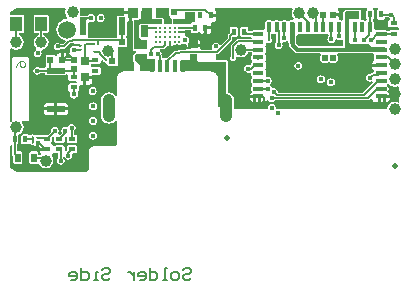
<source format=gbr>
G04 Layer_Physical_Order=6*
G04 Layer_Color=16711680*
%FSLAX45Y45*%
%MOMM*%
%TF.FileFunction,Copper,L6,Bot,Signal*%
%TF.Part,Single*%
%TFFileComment,The blind Vias under BGA and Other Pads are Via-In-Pad (VIP)*%
G01*
G75*
%TA.AperFunction,SMDPad,CuDef*%
%ADD16C,1.00000*%
%ADD18C,0.50800*%
%ADD28R,0.40000X0.60000*%
%ADD29R,0.60000X0.40000*%
%ADD31R,0.76200X0.76200*%
%ADD32R,0.56000X0.52000*%
%ADD33R,0.52000X0.56000*%
%TA.AperFunction,Conductor*%
%ADD34C,0.12700*%
%ADD35C,0.25000*%
%ADD36C,0.20000*%
%ADD37C,0.15000*%
%TA.AperFunction,NonConductor*%
%ADD38C,0.10000*%
%ADD39C,0.15000*%
%TA.AperFunction,ComponentPad*%
%ADD40O,1.10000X2.40000*%
%TA.AperFunction,ViaPad*%
%ADD41C,1.50000*%
%TA.AperFunction,ComponentPad*%
%ADD42C,1.00000*%
%TA.AperFunction,ViaPad*%
%ADD43C,0.61000*%
%ADD44C,0.40100*%
%ADD45C,0.50000*%
%ADD46C,0.45100*%
%ADD47C,0.25000*%
%ADD48C,0.45000*%
%TA.AperFunction,SMDPad,CuDef*%
%ADD67R,0.62000X0.52000*%
%ADD68R,0.43000X1.05000*%
%TA.AperFunction,SMDPad,SMDef*%
G04:AMPARAMS|DCode=69|XSize=0.195mm|YSize=0.6mm|CornerRadius=0.04875mm|HoleSize=0mm|Usage=FLASHONLY|Rotation=0.000|XOffset=0mm|YOffset=0mm|HoleType=Round|Shape=RoundedRectangle|*
%AMROUNDEDRECTD69*
21,1,0.19500,0.50250,0,0,0.0*
21,1,0.09750,0.60000,0,0,0.0*
1,1,0.09750,0.04875,-0.25125*
1,1,0.09750,-0.04875,-0.25125*
1,1,0.09750,-0.04875,0.25125*
1,1,0.09750,0.04875,0.25125*
%
%ADD69ROUNDEDRECTD69*%
G04:AMPARAMS|DCode=70|XSize=0.2mm|YSize=0.35mm|CornerRadius=0.05mm|HoleSize=0mm|Usage=FLASHONLY|Rotation=270.000|XOffset=0mm|YOffset=0mm|HoleType=Round|Shape=RoundedRectangle|*
%AMROUNDEDRECTD70*
21,1,0.20000,0.25000,0,0,270.0*
21,1,0.10000,0.35000,0,0,270.0*
1,1,0.10000,-0.12500,-0.05000*
1,1,0.10000,-0.12500,0.05000*
1,1,0.10000,0.12500,0.05000*
1,1,0.10000,0.12500,-0.05000*
%
%ADD70ROUNDEDRECTD70*%
%TA.AperFunction,SMDPad,CuDef*%
%ADD71R,0.16000X0.25000*%
G04:AMPARAMS|DCode=72|XSize=0.16mm|YSize=0.25mm|CornerRadius=0.04mm|HoleSize=0mm|Usage=FLASHONLY|Rotation=180.000|XOffset=0mm|YOffset=0mm|HoleType=Round|Shape=RoundedRectangle|*
%AMROUNDEDRECTD72*
21,1,0.16000,0.17000,0,0,180.0*
21,1,0.08000,0.25000,0,0,180.0*
1,1,0.08000,-0.04000,0.08500*
1,1,0.08000,0.04000,0.08500*
1,1,0.08000,0.04000,-0.08500*
1,1,0.08000,-0.04000,-0.08500*
%
%ADD72ROUNDEDRECTD72*%
G04:AMPARAMS|DCode=73|XSize=0.25mm|YSize=0.5mm|CornerRadius=0.0625mm|HoleSize=0mm|Usage=FLASHONLY|Rotation=270.000|XOffset=0mm|YOffset=0mm|HoleType=Round|Shape=RoundedRectangle|*
%AMROUNDEDRECTD73*
21,1,0.25000,0.37500,0,0,270.0*
21,1,0.12500,0.50000,0,0,270.0*
1,1,0.12500,-0.18750,-0.06250*
1,1,0.12500,-0.18750,0.06250*
1,1,0.12500,0.18750,0.06250*
1,1,0.12500,0.18750,-0.06250*
%
%ADD73ROUNDEDRECTD73*%
%ADD74R,0.50000X0.80000*%
%ADD75R,1.00000X1.25000*%
%ADD76R,1.10000X1.25000*%
%ADD77R,0.60000X0.50000*%
%ADD78R,0.52000X0.62000*%
%TA.AperFunction,BGAPad,SMDef*%
%ADD79C,0.25000*%
%TA.AperFunction,BGAPad,CuDef*%
%ADD80C,0.40640*%
%TA.AperFunction,SMDPad,CuDef*%
%ADD81R,0.73660X0.40640*%
%ADD82R,0.78740X0.40640*%
%ADD83R,0.40640X0.78740*%
%ADD84R,1.50000X0.55000*%
%ADD85R,0.55000X1.50000*%
%ADD86R,0.85000X0.90000*%
G36*
X685629Y-63614D02*
X625629D01*
Y36386D01*
X685629D01*
Y-63614D01*
D02*
G37*
G36*
X1754709Y-41281D02*
X1772064D01*
Y-104806D01*
X1767876Y-107605D01*
X1760637Y-118438D01*
X1758096Y-131216D01*
X1760637Y-143995D01*
X1767876Y-154827D01*
X1778709Y-162066D01*
X1791487Y-164608D01*
X1804266Y-162066D01*
X1815098Y-154827D01*
X1822337Y-143995D01*
X1824879Y-131216D01*
X1822337Y-118438D01*
X1818667Y-112946D01*
X1819792Y-110636D01*
X1827064Y-102653D01*
X1836756Y-104580D01*
X1849534Y-102039D01*
X1860367Y-94800D01*
X1862053Y-92276D01*
X1874754Y-96129D01*
Y-111607D01*
X1876288Y-115311D01*
X1877070Y-119244D01*
X1880116Y-123801D01*
X1881591Y-131216D01*
X1880433Y-137033D01*
X1880708Y-138414D01*
X1880169Y-139715D01*
X1881704Y-143420D01*
X1882486Y-147352D01*
X1883657Y-148134D01*
X1884195Y-149435D01*
X1930979Y-196219D01*
X1930979Y-196221D01*
X1940700Y-200248D01*
X1940701Y-200246D01*
X2144522D01*
X2150769Y-212947D01*
X2144557Y-222244D01*
X2141204Y-239100D01*
X2144557Y-255956D01*
X2154105Y-270245D01*
X2168394Y-279793D01*
X2185250Y-283146D01*
X2202106Y-279793D01*
X2216395Y-270245D01*
X2222055D01*
X2236344Y-279793D01*
X2253200Y-283146D01*
X2270056Y-279793D01*
X2284345Y-270245D01*
X2293893Y-255956D01*
X2297246Y-239100D01*
X2293893Y-222244D01*
X2287681Y-212947D01*
X2293928Y-200246D01*
X2589902Y-200247D01*
X2597998Y-212947D01*
X2596943Y-215494D01*
Y-256134D01*
X2598252Y-259296D01*
X2592377Y-263222D01*
X2586763Y-271624D01*
X2584792Y-281534D01*
Y-289153D01*
X2650059D01*
Y-314553D01*
X2584792D01*
Y-322174D01*
X2586763Y-332085D01*
X2592377Y-340486D01*
X2598252Y-344412D01*
X2596943Y-347574D01*
Y-362460D01*
X2588273D01*
X2580840Y-363938D01*
X2574539Y-368148D01*
X2568787Y-373900D01*
X2563847Y-372917D01*
X2551069Y-375459D01*
X2540236Y-382697D01*
X2532997Y-393530D01*
X2530455Y-406309D01*
X2532997Y-419087D01*
X2540236Y-429920D01*
X2551069Y-437158D01*
X2563847Y-439700D01*
X2576625Y-437158D01*
X2588097Y-444768D01*
X2588641Y-447286D01*
X2588631Y-447303D01*
X2502679Y-533255D01*
X1791930D01*
X1782865Y-525389D01*
X1780323Y-512611D01*
X1773084Y-501778D01*
X1762251Y-494540D01*
X1749473Y-491998D01*
X1745135Y-492861D01*
X1731308Y-487210D01*
X1729166Y-484295D01*
X1723802Y-476268D01*
X1720459Y-474034D01*
Y-458760D01*
X1723921Y-456446D01*
X1731160Y-445613D01*
X1733701Y-432835D01*
X1731160Y-420056D01*
X1723921Y-409223D01*
X1713088Y-401985D01*
X1700310Y-399443D01*
X1690373Y-401420D01*
X1683411Y-395490D01*
X1680803Y-391379D01*
X1680823Y-391288D01*
X1682096Y-388214D01*
Y-347574D01*
X1680823Y-344500D01*
X1678720Y-334874D01*
X1680823Y-325248D01*
X1682096Y-322174D01*
Y-281534D01*
X1680823Y-278460D01*
X1678720Y-268834D01*
X1680823Y-259208D01*
X1682096Y-256134D01*
Y-215494D01*
X1680823Y-212420D01*
X1678720Y-202794D01*
X1680823Y-193168D01*
X1682096Y-190094D01*
Y-149454D01*
X1680823Y-146380D01*
X1678720Y-136754D01*
X1680823Y-127128D01*
X1682096Y-124054D01*
Y-115055D01*
X1682517Y-114655D01*
X1694796Y-109429D01*
X1699157Y-112343D01*
X1708989Y-114299D01*
X1718822Y-112343D01*
X1727157Y-106773D01*
X1732727Y-98438D01*
X1734683Y-88605D01*
X1732727Y-78773D01*
X1728412Y-72315D01*
Y-41281D01*
X1729309D01*
X1739029Y-37255D01*
X1744989Y-37254D01*
X1754709Y-41281D01*
D02*
G37*
G36*
X2633698Y171065D02*
X2627738Y168596D01*
X2623712Y158876D01*
Y98876D01*
X2627738Y89156D01*
X2637459Y85130D01*
X2677459D01*
X2687179Y89156D01*
X2691205Y98876D01*
Y103613D01*
X2722596D01*
X2722907Y103146D01*
X2730750Y97906D01*
X2730930Y86637D01*
X2730182Y84173D01*
X2725289Y82146D01*
X2721263Y72426D01*
Y32426D01*
X2725289Y22706D01*
X2735009Y18679D01*
X2795009D01*
X2801065Y21188D01*
X2813765Y15148D01*
Y-296D01*
X2801065Y-6336D01*
X2795009Y-3828D01*
X2735009D01*
X2725289Y-7854D01*
X2724627Y-9452D01*
X2723601Y-9852D01*
X2710782Y-12249D01*
X2702313Y-6590D01*
X2691285Y-4396D01*
X2689429Y-3628D01*
X2615769D01*
X2614276Y-4246D01*
X2601576Y4240D01*
Y51206D01*
X2600807Y53062D01*
X2598613Y64090D01*
X2591511Y74720D01*
X2592468Y87205D01*
X2597179Y89156D01*
X2601205Y98876D01*
Y158876D01*
X2597179Y168596D01*
X2591219Y171065D01*
X2593745Y183765D01*
X2631172D01*
X2633698Y171065D01*
D02*
G37*
G36*
X2150949Y-41281D02*
X2191589D01*
X2201309Y-37255D01*
X2206854Y-37254D01*
X2217886Y-42283D01*
Y-55475D01*
X2213698Y-58273D01*
X2206459Y-69106D01*
X2203918Y-81885D01*
X2206459Y-94663D01*
X2213698Y-105496D01*
X2224531Y-112734D01*
X2237309Y-115276D01*
X2250088Y-112734D01*
X2260921Y-105496D01*
X2268159Y-94663D01*
X2269570Y-87570D01*
X2272161Y-85705D01*
X2282738Y-82257D01*
X2290571Y-87491D01*
X2303349Y-90033D01*
X2316128Y-87491D01*
X2326226Y-80743D01*
X2330229Y-81593D01*
X2338948Y-85171D01*
X2339177Y-130951D01*
X2330220Y-139953D01*
X2286582D01*
X2285281Y-140492D01*
X2283901Y-140218D01*
X2281452Y-140705D01*
X2279004Y-140218D01*
X2277624Y-140492D01*
X2276323Y-139953D01*
X1963394Y-139953D01*
X1941246Y-117806D01*
Y-50230D01*
X1952829Y-41281D01*
X1993469D01*
X2003189Y-37255D01*
X2009149Y-37254D01*
X2018869Y-41281D01*
X2059509D01*
X2069229Y-37255D01*
X2075189Y-37254D01*
X2084909Y-41281D01*
X2125549D01*
X2135269Y-37255D01*
X2141229Y-37254D01*
X2150949Y-41281D01*
D02*
G37*
G36*
X1100869Y-257604D02*
X1112769Y-270604D01*
X1347349Y-270605D01*
X1347349Y-354720D01*
Y-648124D01*
X1343779Y-651694D01*
X1276234D01*
Y-409999D01*
X1275865Y-409108D01*
X1276132Y-408181D01*
X1275129Y-399281D01*
X1274214Y-397625D01*
X1274320Y-395736D01*
X1271362Y-387281D01*
X1270101Y-385871D01*
X1269784Y-384006D01*
X1265020Y-376423D01*
X1263477Y-375328D01*
X1262753Y-373580D01*
X1260999Y-371827D01*
X1261002Y-371003D01*
X1260172Y-371000D01*
X1256419Y-367247D01*
X1254671Y-366523D01*
X1253576Y-364979D01*
X1245991Y-360214D01*
X1244127Y-359898D01*
X1242718Y-358638D01*
X1234264Y-355679D01*
X1232375Y-355785D01*
X1230720Y-354870D01*
X1221819Y-353866D01*
X1220892Y-354134D01*
X1220000Y-353764D01*
X959139D01*
Y-262904D01*
X968119Y-253924D01*
X1040768Y-253925D01*
X1040769Y-210724D01*
X1100869D01*
Y-257604D01*
D02*
G37*
G36*
X675628Y-203615D02*
X675629Y-248614D01*
X742629Y-248615D01*
Y-353764D01*
X615629D01*
Y-303614D01*
X575629Y-263614D01*
X575629Y-212595D01*
X584609Y-203614D01*
X675628Y-203615D01*
D02*
G37*
G36*
X1003212Y-124696D02*
X1006150Y-125316D01*
X1014891Y-133269D01*
Y-158644D01*
X1004229Y-170141D01*
X954295D01*
X954294Y-170141D01*
X946861Y-171619D01*
X940559Y-175830D01*
X940559Y-175830D01*
X939337Y-177053D01*
X923077D01*
X915644Y-178531D01*
X909343Y-182742D01*
X852721Y-239363D01*
X829131D01*
X819411Y-243389D01*
X816850Y-243389D01*
X807130Y-239363D01*
X805054D01*
Y-223360D01*
X803575Y-215927D01*
X800071Y-210683D01*
X801112Y-205450D01*
X798570Y-192671D01*
X791331Y-181839D01*
X783802Y-176807D01*
X787654Y-164107D01*
X812559D01*
X819992Y-162629D01*
X826293Y-158418D01*
X844363Y-140348D01*
X848383Y-134332D01*
X855841Y-139315D01*
X870629Y-142257D01*
X885417Y-139315D01*
X897953Y-130939D01*
X900281Y-127455D01*
X900797Y-127352D01*
X910629Y-129308D01*
X920462Y-127352D01*
X924438Y-124695D01*
X936820D01*
X940796Y-127352D01*
X950629Y-129308D01*
X960462Y-127352D01*
X964438Y-124695D01*
X1003212D01*
Y-124696D01*
D02*
G37*
G36*
X-11191Y174177D02*
X-10827Y171065D01*
X-15479Y147676D01*
X-10613Y123212D01*
X3245Y102472D01*
X4320Y101753D01*
X4193Y101127D01*
X3498Y99182D01*
X-1795Y89276D01*
X-21373Y86699D01*
X-22982Y85770D01*
X-24840D01*
X-43084Y78212D01*
X-44398Y76899D01*
X-46192Y76418D01*
X-61859Y64396D01*
X-62788Y62788D01*
X-64396Y61859D01*
X-76418Y46192D01*
X-76899Y44398D01*
X-78212Y43084D01*
X-85770Y24840D01*
Y22982D01*
X-86699Y21373D01*
X-89276Y1794D01*
X-88795Y0D01*
X-89276Y-1794D01*
X-86699Y-21373D01*
X-85770Y-22982D01*
Y-24840D01*
X-78212Y-43084D01*
X-76899Y-44398D01*
X-76418Y-46192D01*
X-64396Y-61859D01*
X-62788Y-62788D01*
X-61859Y-64396D01*
X-46192Y-76418D01*
X-44398Y-76899D01*
X-43084Y-78212D01*
X-24840Y-85770D01*
X-22982D01*
X-21373Y-86699D01*
X-16498Y-87340D01*
X-12416Y-99367D01*
X-34547Y-121497D01*
X-53999D01*
X-55977Y-118537D01*
X-66810Y-111299D01*
X-79588Y-108757D01*
X-92367Y-111299D01*
X-103200Y-118537D01*
X-110438Y-129370D01*
X-112980Y-142149D01*
X-110438Y-154927D01*
X-103200Y-165760D01*
X-92367Y-172999D01*
X-79588Y-175540D01*
X-66810Y-172999D01*
X-55977Y-165760D01*
X-52358Y-160343D01*
X-26501D01*
X-19068Y-158865D01*
X-12767Y-154655D01*
X28414Y-113473D01*
X38957D01*
X46390Y-111995D01*
X51791Y-108386D01*
X63166Y-110046D01*
X69667Y-121277D01*
X67423Y-132554D01*
X58062Y-140237D01*
X55657Y-139758D01*
X42879Y-142300D01*
X32046Y-149538D01*
X24807Y-160371D01*
X22265Y-173150D01*
X24807Y-185928D01*
X25850Y-187489D01*
X20005Y-201601D01*
X19718Y-201658D01*
X17222Y-203325D01*
X5941Y-209302D01*
X-2461Y-203688D01*
X-12371Y-201717D01*
X-25672D01*
Y-258615D01*
X-51072D01*
Y-201717D01*
X-64371D01*
X-74282Y-203688D01*
X-82684Y-209302D01*
X-88298Y-217704D01*
X-89169Y-222084D01*
X-102376Y-223385D01*
X-104651Y-217894D01*
X-114371Y-213868D01*
X-166371D01*
X-176092Y-217894D01*
X-180118Y-227614D01*
Y-289614D01*
X-176092Y-299334D01*
X-179286Y-309894D01*
X-183313Y-319614D01*
Y-323969D01*
X-227533D01*
X-227845Y-323503D01*
X-238677Y-316264D01*
X-251456Y-313723D01*
X-264234Y-316264D01*
X-275067Y-323503D01*
X-282306Y-334336D01*
X-284848Y-347114D01*
X-282306Y-359893D01*
X-275067Y-370725D01*
X-264234Y-377964D01*
X-251456Y-380506D01*
X-238677Y-377964D01*
X-227845Y-370725D01*
X-227533Y-370259D01*
X-183313D01*
Y-374614D01*
X-179286Y-384334D01*
X-169566Y-388360D01*
X-19566D01*
X-9846Y-384334D01*
X-5820Y-374614D01*
Y-373974D01*
X2046Y-373041D01*
X11883Y-383115D01*
Y-419954D01*
X15909Y-429674D01*
X25629Y-433700D01*
X74304D01*
X78875Y-436303D01*
X82210Y-450065D01*
X78219Y-455597D01*
X77119Y-456208D01*
X25629D01*
X15909Y-460234D01*
X11883Y-469954D01*
Y-509954D01*
X15909Y-519674D01*
X19182Y-521030D01*
X25000Y-534639D01*
X24916Y-536105D01*
X22409Y-548704D01*
X25141Y-562439D01*
X32921Y-574082D01*
X44565Y-581862D01*
X58299Y-584594D01*
X72033Y-581862D01*
X83676Y-574082D01*
X91456Y-562439D01*
X94188Y-548704D01*
X91456Y-534970D01*
X95349Y-519674D01*
X99375Y-509954D01*
Y-476660D01*
X109831Y-466494D01*
X111109Y-466071D01*
X111819Y-466212D01*
X137219D01*
Y-402214D01*
X149919D01*
Y-389514D01*
X213917D01*
Y-380980D01*
X270429D01*
X280149Y-376954D01*
X284175Y-367234D01*
Y-327234D01*
X280149Y-317514D01*
X270429Y-313488D01*
X215133D01*
X206414Y-304115D01*
X205428Y-301813D01*
X206399Y-293673D01*
X210429Y-290980D01*
X270429D01*
X280149Y-286954D01*
X284175Y-277234D01*
Y-262403D01*
X296875Y-255504D01*
X302864Y-259390D01*
X303712Y-263653D01*
X309281Y-271989D01*
X317617Y-277558D01*
X327449Y-279514D01*
X327453Y-279514D01*
X340153Y-289752D01*
Y-289900D01*
X344180Y-299620D01*
X349671Y-301895D01*
X349178Y-306903D01*
X433500Y-307117D01*
X433500Y-148360D01*
X494629D01*
X502742Y-145000D01*
X504349Y-144334D01*
X508375Y-134614D01*
Y-82614D01*
X504349Y-72894D01*
X501368Y-71659D01*
X500349Y-58334D01*
X504375Y-48614D01*
Y63863D01*
X512789Y70768D01*
X556882D01*
Y-163614D01*
X560908Y-173334D01*
X570629Y-177361D01*
X584144D01*
X584609Y-189867D01*
X584609Y-189868D01*
X574889Y-193894D01*
X565908Y-202874D01*
X564629Y-205963D01*
X561882Y-212595D01*
X561882Y-212595D01*
X561882Y-263613D01*
X561882Y-263614D01*
X564629Y-270245D01*
Y-353764D01*
X479999D01*
X479107Y-354134D01*
X478179Y-353866D01*
X469279Y-354870D01*
X467625Y-355785D01*
X465737Y-355679D01*
X457282Y-358638D01*
X455871Y-359898D01*
X454006Y-360215D01*
X446423Y-364980D01*
X445328Y-366523D01*
X443581Y-367247D01*
X437247Y-373580D01*
X436523Y-375327D01*
X434981Y-376421D01*
X430215Y-384005D01*
X429898Y-385870D01*
X428637Y-387281D01*
X425678Y-395736D01*
X425785Y-397625D01*
X424869Y-399281D01*
X423867Y-408181D01*
X424134Y-409108D01*
X423764Y-409999D01*
Y-424252D01*
Y-554029D01*
X411064Y-558340D01*
X404915Y-550325D01*
X390773Y-539474D01*
X374304Y-532652D01*
X356630Y-530325D01*
X338957Y-532652D01*
X322488Y-539474D01*
X308346Y-550325D01*
X297495Y-564468D01*
X290673Y-580936D01*
X288346Y-598609D01*
Y-728610D01*
X290673Y-746283D01*
X297495Y-762752D01*
X308346Y-776894D01*
X322488Y-787745D01*
X338957Y-794567D01*
X356630Y-796894D01*
X374304Y-794567D01*
X390773Y-787745D01*
X404915Y-776894D01*
X411064Y-768879D01*
X423764Y-773190D01*
Y-959089D01*
X423068Y-965265D01*
X421318Y-970267D01*
X418500Y-974753D01*
X414753Y-978499D01*
X410266Y-981318D01*
X405264Y-983069D01*
X399088Y-983765D01*
X240000D01*
X239110Y-984134D01*
X238184Y-983867D01*
X229283Y-984869D01*
X227626Y-985785D01*
X225735Y-985678D01*
X217282Y-988637D01*
X215872Y-989897D01*
X214007Y-990214D01*
X206423Y-994979D01*
X205328Y-996522D01*
X203580Y-997246D01*
X197246Y-1003579D01*
X196522Y-1005328D01*
X194979Y-1006424D01*
X190214Y-1014009D01*
X189897Y-1015873D01*
X188637Y-1017283D01*
X185679Y-1025737D01*
X185785Y-1027626D01*
X184870Y-1029282D01*
X183867Y-1038182D01*
X184134Y-1039109D01*
X183765Y-1040000D01*
Y-1179088D01*
X183069Y-1185265D01*
X181319Y-1190265D01*
X178499Y-1194753D01*
X174752Y-1198500D01*
X170266Y-1201319D01*
X165264Y-1203069D01*
X159088Y-1203766D01*
X-425650D01*
X-483766Y-1170211D01*
X-483766Y-981439D01*
X-471267Y-974769D01*
X-463794Y-978972D01*
Y-1057115D01*
X-462316Y-1064548D01*
X-458105Y-1070849D01*
X-455618Y-1073337D01*
Y-1124614D01*
X-451591Y-1134335D01*
X-441871Y-1138361D01*
X-391871D01*
X-382151Y-1134335D01*
X-378125Y-1124614D01*
Y-1044615D01*
X-382151Y-1034894D01*
X-391871Y-1030868D01*
X-424948D01*
Y-972361D01*
X-424371D01*
X-414651Y-968334D01*
X-410625Y-958614D01*
Y-898614D01*
X-410681Y-898479D01*
X-404906Y-887676D01*
X-384167Y-873818D01*
X-370309Y-853079D01*
X-365443Y-828614D01*
X-370309Y-804150D01*
X-382940Y-785246D01*
X-379306Y-772546D01*
X-333100D01*
X-323380Y-768520D01*
X-319354Y-758800D01*
Y-247982D01*
X-323380Y-238261D01*
X-333100Y-234235D01*
X-452196D01*
X-461916Y-238261D01*
X-465942Y-247982D01*
Y-758800D01*
X-461916Y-768520D01*
X-461364Y-774127D01*
X-471167Y-781025D01*
X-483766Y-776046D01*
X-483766Y-161183D01*
X-471065Y-156164D01*
X-453835Y-167676D01*
X-429371Y-172542D01*
X-404907Y-167676D01*
X-384167Y-153818D01*
X-370309Y-133078D01*
X-365443Y-108614D01*
X-370309Y-84150D01*
X-384167Y-63410D01*
X-404907Y-49552D01*
X-409948Y-48549D01*
Y-25861D01*
X-374371D01*
X-364651Y-21835D01*
X-360625Y-12114D01*
Y112886D01*
X-364651Y122606D01*
X-374371Y126632D01*
X-483765D01*
Y150212D01*
X-425650Y183765D01*
X-16316D01*
X-11191Y174177D01*
D02*
G37*
G36*
X2543698Y171065D02*
X2537738Y168596D01*
X2533712Y158876D01*
Y98876D01*
X2537738Y89156D01*
X2535336Y78728D01*
X2525275Y75012D01*
X2514353Y82310D01*
X2501469Y84873D01*
X2497807Y84144D01*
X2490653Y91154D01*
X2488675Y95277D01*
X2490047Y98573D01*
X2490042Y98585D01*
X2490047Y98596D01*
Y154700D01*
X2488054Y159510D01*
X2486091Y164349D01*
X2486041Y164371D01*
X2486020Y164420D01*
X2481208Y166413D01*
X2476400Y168446D01*
X2361513Y169281D01*
X2361488Y169270D01*
X2361463Y169281D01*
X2356628Y167299D01*
X2351763Y165325D01*
X2351753Y165300D01*
X2351728Y165290D01*
X2342715Y156342D01*
X2342705Y156317D01*
X2342680Y156307D01*
X2340669Y151453D01*
X2338653Y146637D01*
X2338664Y146612D01*
X2338653Y146587D01*
Y80664D01*
X2331602Y77198D01*
X2325953Y75815D01*
X2316233Y82310D01*
X2311972Y83158D01*
X2303246Y86969D01*
X2302754Y96955D01*
X2302937Y97876D01*
Y111177D01*
X2249038D01*
Y136577D01*
X2302937D01*
Y149876D01*
X2300965Y159786D01*
X2295352Y168188D01*
X2291046Y171065D01*
X2294899Y183765D01*
X2541172D01*
X2543698Y171065D01*
D02*
G37*
G36*
X486891Y154365D02*
X555288D01*
Y128965D01*
X486891D01*
Y115132D01*
X435629D01*
X425909Y111106D01*
X421883Y101386D01*
Y-48614D01*
X424830Y-55731D01*
X419412Y-68431D01*
X181845D01*
X176427Y-55731D01*
X179375Y-48614D01*
Y59973D01*
X190490Y67087D01*
X192075Y67242D01*
X203829Y64904D01*
X216607Y67446D01*
X227440Y74684D01*
X234679Y85517D01*
X237221Y98296D01*
X234679Y111074D01*
X227440Y121907D01*
X216607Y129146D01*
X203829Y131687D01*
X191050Y129146D01*
X180218Y121907D01*
X177419Y117719D01*
X167359D01*
X159926Y116240D01*
X158267Y115132D01*
X117387D01*
X114754Y117286D01*
X108248Y126818D01*
X108238Y126866D01*
X112377Y147676D01*
X107725Y171065D01*
X108089Y174177D01*
X113214Y183765D01*
X486891D01*
Y154365D01*
D02*
G37*
G36*
X2476300Y154700D02*
Y98596D01*
X2467304Y89631D01*
X2390200Y89901D01*
X2389299Y89000D01*
X2389300Y77558D01*
Y-110700D01*
X2401600Y-123000D01*
X2556300D01*
X2583000Y-149700D01*
X2690700D01*
Y-186500D01*
X1940700Y-186500D01*
X1893916Y-139715D01*
X1895606Y-131216D01*
X1893065Y-118438D01*
X1888500Y-111607D01*
X1888500Y-29500D01*
X1886900Y-26300D01*
Y46719D01*
X1895880Y55700D01*
X1927500Y55700D01*
Y-123500D01*
X1957700Y-153700D01*
X2276323Y-153700D01*
X2281452Y-154720D01*
X2286582Y-153700D01*
X2353038D01*
X2352400Y-26200D01*
Y146587D01*
X2361413Y155534D01*
X2476300Y154700D01*
D02*
G37*
G36*
X1910922Y172564D02*
X1906398Y165794D01*
X1901532Y141330D01*
X1906398Y116866D01*
X1920256Y96126D01*
X1922215Y94817D01*
X1917260Y82854D01*
X1907109Y84873D01*
X1894225Y82310D01*
X1883303Y75012D01*
X1881726Y72652D01*
X1866452D01*
X1864875Y75012D01*
X1853953Y82310D01*
X1841069Y84873D01*
X1828185Y82310D01*
X1817263Y75012D01*
X1815686Y72652D01*
X1800412D01*
X1798835Y75012D01*
X1787913Y82310D01*
X1775029Y84873D01*
X1762145Y82310D01*
X1751223Y75012D01*
X1749646Y72652D01*
X1734372D01*
X1732795Y75012D01*
X1721873Y82310D01*
X1708989Y84873D01*
X1696105Y82310D01*
X1685183Y75012D01*
X1677885Y64090D01*
X1675691Y53062D01*
X1674923Y51206D01*
Y5292D01*
X1663269Y-3628D01*
X1589609D01*
X1587753Y-4396D01*
X1576725Y-6590D01*
X1565803Y-13888D01*
X1565361Y-14549D01*
X1535715D01*
Y11316D01*
X1531689Y21036D01*
X1521969Y25062D01*
X1481969D01*
X1472248Y21036D01*
X1468222Y11316D01*
Y-48684D01*
X1472248Y-58405D01*
X1481969Y-62431D01*
X1521969D01*
X1525812Y-60839D01*
X1559137D01*
X1563972Y-72626D01*
X1563721Y-74157D01*
X1556625Y-81157D01*
X1446718D01*
X1439285Y-82635D01*
X1432984Y-86846D01*
X1392535Y-127294D01*
X1388325Y-133596D01*
X1386847Y-141029D01*
Y-198232D01*
X1387568Y-201857D01*
Y-223921D01*
X1383253Y-230378D01*
X1381297Y-240211D01*
X1383253Y-250043D01*
X1388823Y-258379D01*
X1397158Y-263949D01*
X1406991Y-265904D01*
X1416823Y-263949D01*
X1425159Y-258379D01*
X1430729Y-250043D01*
X1432684Y-240211D01*
X1430761Y-230540D01*
X1431143Y-229982D01*
X1440054Y-221475D01*
X1450856Y-228692D01*
X1475320Y-233558D01*
X1499784Y-228692D01*
X1520524Y-214834D01*
X1534382Y-194094D01*
X1535385Y-189053D01*
X1562778D01*
X1565803Y-193580D01*
X1568163Y-195157D01*
Y-210431D01*
X1565803Y-212008D01*
X1558505Y-222930D01*
X1555942Y-235814D01*
X1558505Y-248698D01*
X1565803Y-259620D01*
X1568163Y-261197D01*
Y-276471D01*
X1565803Y-278048D01*
X1558505Y-288970D01*
X1557895Y-292040D01*
X1546507Y-299706D01*
X1533729Y-297165D01*
X1520951Y-299706D01*
X1510118Y-306945D01*
X1502879Y-317778D01*
X1500338Y-330556D01*
X1502879Y-343335D01*
X1510118Y-354167D01*
X1520951Y-361406D01*
X1533729Y-363948D01*
X1544192Y-361866D01*
X1551007Y-365363D01*
X1556378Y-370085D01*
X1558505Y-380778D01*
X1565803Y-391700D01*
X1568163Y-393277D01*
Y-408551D01*
X1565803Y-410128D01*
X1558505Y-421050D01*
X1555942Y-433934D01*
X1558505Y-446818D01*
X1565803Y-457740D01*
X1568163Y-459317D01*
Y-474591D01*
X1565803Y-476168D01*
X1558505Y-487090D01*
X1555942Y-499974D01*
X1558505Y-512858D01*
X1565803Y-523780D01*
Y-526934D01*
X1556647Y-533052D01*
X1546542Y-548175D01*
X1545520Y-553314D01*
X1589609D01*
Y-566014D01*
X1602309D01*
Y-612232D01*
X1616279D01*
Y-566014D01*
X1641679D01*
Y-612232D01*
X1668349D01*
X1678260Y-610260D01*
X1686662Y-604646D01*
X1691943Y-596743D01*
X1695512Y-595952D01*
X1705462Y-595051D01*
X1710005Y-601850D01*
X1720838Y-609089D01*
X1733617Y-611631D01*
X1746395Y-609089D01*
X1757228Y-601850D01*
X1760093Y-597562D01*
X2177712D01*
X2177871Y-597594D01*
X2197398D01*
X2197556Y-597562D01*
X2547640D01*
X2555073Y-596084D01*
X2561374Y-591873D01*
X2573058Y-580189D01*
X2584792Y-585049D01*
Y-586334D01*
X2586763Y-596245D01*
X2592377Y-604646D01*
X2600779Y-610260D01*
X2610689Y-612232D01*
X2637359D01*
Y-566013D01*
X2662759D01*
Y-612232D01*
X2676729D01*
Y-566013D01*
X2689429D01*
Y-553313D01*
X2733519D01*
X2732496Y-548175D01*
X2722391Y-533052D01*
X2713235Y-526934D01*
Y-523780D01*
X2720533Y-512858D01*
X2723096Y-499974D01*
X2720533Y-487090D01*
X2713235Y-476168D01*
X2710876Y-474591D01*
Y-459317D01*
X2713235Y-457740D01*
X2724608D01*
X2730361Y-466349D01*
X2751100Y-480207D01*
X2775565Y-485073D01*
X2800029Y-480207D01*
X2802564Y-478513D01*
X2813765Y-484500D01*
Y-611790D01*
X2802564Y-617777D01*
X2800029Y-616083D01*
X2775565Y-611217D01*
X2751100Y-616083D01*
X2730361Y-629941D01*
X2716503Y-650681D01*
X2712574Y-670430D01*
X1774993Y-670431D01*
X1767008Y-660701D01*
X1764466Y-647923D01*
X1757228Y-637090D01*
X1746395Y-629852D01*
X1733617Y-627310D01*
X1720838Y-629852D01*
X1710005Y-637090D01*
X1702767Y-647923D01*
X1700225Y-660701D01*
X1692240Y-670431D01*
X1412915Y-670431D01*
Y-598609D01*
X1410588Y-580936D01*
X1403766Y-564468D01*
X1392915Y-550325D01*
X1378773Y-539474D01*
X1362304Y-532652D01*
X1361095Y-532493D01*
Y-354720D01*
X1361096Y-270605D01*
X1357070Y-260884D01*
X1347349Y-256858D01*
X1260000Y-256858D01*
Y-208987D01*
X1272324D01*
X1279757Y-207509D01*
X1286058Y-203298D01*
X1392274Y-97083D01*
X1396484Y-90782D01*
X1397962Y-83349D01*
Y-62431D01*
X1431968D01*
X1441689Y-58405D01*
X1445715Y-48684D01*
Y11316D01*
X1441689Y21036D01*
X1431968Y25062D01*
X1391969D01*
X1382248Y21036D01*
X1378222Y11316D01*
Y-24962D01*
X1369597Y-33587D01*
X1364805Y-38379D01*
X1360595Y-44681D01*
X1359116Y-52114D01*
Y-75303D01*
X1303315Y-131104D01*
X1289377Y-127081D01*
D01*
D01*
X1283812Y-118752D01*
X1272979Y-111513D01*
X1260200Y-108972D01*
D01*
X1260200D01*
X1247422Y-111513D01*
X1236589Y-118752D01*
X1229350Y-129585D01*
X1226809Y-142363D01*
X1229350Y-155142D01*
X1230887Y-157441D01*
X1224098Y-170141D01*
X1137348D01*
X1126686Y-158644D01*
Y-146345D01*
X1110629D01*
Y-158044D01*
X1025629D01*
Y-113145D01*
X1025722Y-113082D01*
X1032961Y-102249D01*
X1035502Y-89471D01*
X1034417Y-84014D01*
X1032961Y-76693D01*
X1025722Y-65860D01*
X1014889Y-58621D01*
X1003213Y-56299D01*
X1002628Y-56182D01*
X1002628Y-3037D01*
X1048882D01*
Y-13614D01*
X1052908Y-23334D01*
X1053584Y-23614D01*
X1062629Y-27361D01*
X1102629D01*
X1112349Y-23334D01*
X1114624Y-17843D01*
X1127831Y-19144D01*
X1128703Y-23525D01*
X1134317Y-31927D01*
X1142718Y-37540D01*
X1152629Y-39512D01*
X1159929D01*
Y16386D01*
X1172629D01*
Y29086D01*
X1218526D01*
Y46386D01*
X1217452Y51788D01*
X1225193Y64488D01*
X1236629D01*
X1246539Y66460D01*
X1254941Y72074D01*
X1260555Y80475D01*
X1262526Y90386D01*
Y107686D01*
X1216629D01*
Y133086D01*
X1262526D01*
Y150386D01*
X1260555Y160296D01*
X1254941Y168698D01*
X1251399Y171065D01*
D01*
X1255252Y183765D01*
X1904935D01*
X1910922Y172564D01*
D02*
G37*
G36*
X722529Y150350D02*
Y86386D01*
X804629D01*
Y43386D01*
X696476D01*
X695349Y46106D01*
X685629Y50132D01*
X625629D01*
X615909Y46106D01*
X611882Y36386D01*
Y-63614D01*
X615909Y-73335D01*
X625629Y-77361D01*
Y-88614D01*
X675629D01*
Y-163614D01*
X570629D01*
Y82919D01*
X597789D01*
X606159Y86386D01*
X629200D01*
Y158840D01*
X713524Y159306D01*
X722529Y150350D01*
D02*
G37*
G36*
X1085629Y66386D02*
X1062629D01*
X1039627Y43384D01*
X907086Y43385D01*
X904351Y45804D01*
X898892Y56086D01*
X899111Y57190D01*
X898837Y58571D01*
X899375Y59872D01*
Y86386D01*
X904053Y93386D01*
X1000629D01*
Y150013D01*
X1085629D01*
Y66386D01*
D02*
G37*
G36*
X867882Y177385D02*
Y125386D01*
X870629Y118755D01*
Y101386D01*
X885629Y86386D01*
Y59872D01*
X884935Y56386D01*
X884995Y56086D01*
X877874Y43386D01*
X818375D01*
Y86386D01*
X814349Y96106D01*
X804629Y100132D01*
X750029D01*
Y183765D01*
X863620D01*
X867882Y177385D01*
D02*
G37*
%LPC*%
G36*
X1959635Y-272912D02*
X1946856Y-275454D01*
X1936023Y-282692D01*
X1928785Y-293525D01*
X1926243Y-306303D01*
X1928785Y-319082D01*
X1936023Y-329915D01*
X1946856Y-337153D01*
X1959635Y-339695D01*
X1972413Y-337153D01*
X1983246Y-329915D01*
X1990484Y-319082D01*
X1993026Y-306303D01*
X1990484Y-293525D01*
X1983246Y-282692D01*
X1972413Y-275454D01*
X1959635Y-272912D01*
D02*
G37*
G36*
X2234390Y-412408D02*
X2221612Y-414950D01*
X2210779Y-422189D01*
X2203540Y-433021D01*
X2200998Y-445800D01*
X2203540Y-458578D01*
X2210779Y-469411D01*
X2221612Y-476650D01*
X2234390Y-479192D01*
X2247168Y-476650D01*
X2258001Y-469411D01*
X2265240Y-458578D01*
X2267782Y-445800D01*
X2265240Y-433021D01*
X2258001Y-422189D01*
X2247168Y-414950D01*
X2234390Y-412408D01*
D02*
G37*
G36*
X2150177Y-386662D02*
X2137398Y-389204D01*
X2126565Y-396443D01*
X2119327Y-407276D01*
X2116785Y-420054D01*
X2119327Y-432833D01*
X2126565Y-443665D01*
X2137398Y-450904D01*
X2150177Y-453446D01*
X2162955Y-450904D01*
X2173788Y-443665D01*
X2181026Y-432833D01*
X2183568Y-420054D01*
X2181026Y-407276D01*
X2173788Y-396443D01*
X2162955Y-389204D01*
X2150177Y-386662D01*
D02*
G37*
G36*
X220629Y-615223D02*
X207850Y-617764D01*
X197018Y-625003D01*
X189779Y-635836D01*
X187237Y-648614D01*
X189779Y-661393D01*
X197018Y-672225D01*
X207850Y-679464D01*
X220629Y-682006D01*
X233407Y-679464D01*
X244240Y-672225D01*
X251479Y-661393D01*
X254021Y-648614D01*
X251479Y-635836D01*
X244240Y-625003D01*
X233407Y-617764D01*
X220629Y-615223D01*
D02*
G37*
G36*
X-19566Y-618717D02*
X-81866D01*
Y-659414D01*
X6331D01*
Y-644614D01*
X4360Y-634704D01*
X-1254Y-626302D01*
X-9656Y-620688D01*
X-19566Y-618717D01*
D02*
G37*
G36*
X-107266D02*
X-169566D01*
X-179477Y-620688D01*
X-187878Y-626302D01*
X-193492Y-634704D01*
X-195464Y-644614D01*
Y-659414D01*
X-107266D01*
Y-618717D01*
D02*
G37*
G36*
X220629Y-740223D02*
X207850Y-742764D01*
X197018Y-750003D01*
X189779Y-760836D01*
X187237Y-773614D01*
X189779Y-786393D01*
X197018Y-797225D01*
X207850Y-804464D01*
X220629Y-807006D01*
X233407Y-804464D01*
X244240Y-797225D01*
X251479Y-786393D01*
X254021Y-773614D01*
X251479Y-760836D01*
X244240Y-750003D01*
X233407Y-742764D01*
X220629Y-740223D01*
D02*
G37*
G36*
Y-865223D02*
X207850Y-867764D01*
X197018Y-875003D01*
X189779Y-885836D01*
X187237Y-898614D01*
X189779Y-911393D01*
X197018Y-922225D01*
X207850Y-929464D01*
X220629Y-932006D01*
X233407Y-929464D01*
X244240Y-922225D01*
X251479Y-911393D01*
X254021Y-898614D01*
X251479Y-885836D01*
X244240Y-875003D01*
X233407Y-867764D01*
X220629Y-865223D01*
D02*
G37*
G36*
X-107266Y-684814D02*
X-195464D01*
Y-699614D01*
X-193492Y-709525D01*
X-187878Y-717926D01*
X-179477Y-723540D01*
X-169566Y-725512D01*
X-107266D01*
Y-684814D01*
D02*
G37*
G36*
X6331D02*
X-81866D01*
Y-725512D01*
X-19566D01*
X-9656Y-723540D01*
X-1254Y-717926D01*
X4360Y-709525D01*
X6331Y-699614D01*
Y-684814D01*
D02*
G37*
G36*
X39884Y-797470D02*
X27105Y-800012D01*
X16272Y-807250D01*
X9034Y-818083D01*
X8882Y-818845D01*
X-2102Y-826780D01*
X-14880Y-824239D01*
X-27659Y-826780D01*
X-38491Y-834019D01*
X-45730Y-844852D01*
X-48272Y-857630D01*
X-45730Y-870409D01*
X-42539Y-875184D01*
X-57223Y-889868D01*
X-71482D01*
X-71488Y-889862D01*
X-77108Y-877168D01*
X-72700Y-870572D01*
X-70158Y-857793D01*
X-72700Y-845015D01*
X-79939Y-834182D01*
X-90771Y-826943D01*
X-103550Y-824402D01*
X-116328Y-826943D01*
X-127161Y-834182D01*
X-134400Y-845015D01*
X-136942Y-857793D01*
X-135959Y-862734D01*
X-163093Y-889868D01*
X-199371D01*
X-209091Y-893894D01*
X-209214Y-894191D01*
X-226598D01*
X-229965Y-891941D01*
X-236871Y-890567D01*
X-261871D01*
X-268777Y-891941D01*
X-271064Y-893469D01*
X-271825Y-893318D01*
X-277639Y-889434D01*
X-284496Y-888070D01*
X-294246D01*
X-301104Y-889434D01*
X-306917Y-893318D01*
X-308891Y-896273D01*
X-321073Y-895361D01*
X-322133Y-894972D01*
X-324651Y-888894D01*
X-334371Y-884868D01*
X-374371D01*
X-384091Y-888894D01*
X-388117Y-898614D01*
Y-958614D01*
X-384091Y-968334D01*
X-374371Y-972361D01*
X-334371D01*
X-324651Y-968334D01*
X-323339Y-965167D01*
X-317230Y-964158D01*
X-309526Y-965006D01*
X-306917Y-968910D01*
X-301104Y-972795D01*
X-294246Y-974159D01*
X-284705D01*
X-283788Y-975531D01*
X-273732Y-982250D01*
X-262072Y-984570D01*
Y-948615D01*
X-236672D01*
Y-984570D01*
X-236408Y-984517D01*
X-226914Y-992271D01*
X-225269Y-995251D01*
Y-1000914D01*
X-169372D01*
Y-1026314D01*
X-225269D01*
Y-1033614D01*
X-223297Y-1043525D01*
X-217683Y-1051927D01*
Y-1055839D01*
X-227738Y-1065191D01*
X-243125D01*
Y-1044615D01*
X-247151Y-1034894D01*
X-256871Y-1030868D01*
X-306871D01*
X-316591Y-1034894D01*
X-320618Y-1044615D01*
Y-1124614D01*
X-316591Y-1134335D01*
X-306871Y-1138361D01*
X-256871D01*
X-250718Y-1135812D01*
X-245888Y-1134737D01*
X-235008Y-1138205D01*
X-224575Y-1153818D01*
X-203835Y-1167676D01*
X-179371Y-1172542D01*
X-154907Y-1167676D01*
X-134167Y-1153818D01*
X-120309Y-1133079D01*
X-115443Y-1108614D01*
X-120309Y-1084150D01*
X-129439Y-1070485D01*
X-129444Y-1067687D01*
X-125646Y-1054992D01*
X-121059Y-1051927D01*
X-116336Y-1044859D01*
X-106187Y-1043381D01*
X-103879Y-1043345D01*
X-102516Y-1043627D01*
X-93500Y-1047361D01*
X-73599D01*
Y-1083230D01*
X-77787Y-1086029D01*
X-85026Y-1096862D01*
X-87568Y-1109640D01*
X-85026Y-1122419D01*
X-77787Y-1133252D01*
X-66954Y-1140490D01*
X-54176Y-1143032D01*
X-41397Y-1140490D01*
X-30565Y-1133252D01*
X-23326Y-1122419D01*
X-20784Y-1109640D01*
X-23326Y-1096862D01*
X-30565Y-1086029D01*
X-34753Y-1083230D01*
Y-1057034D01*
X-32626Y-1056121D01*
X-21473Y-1065155D01*
X-21860Y-1067098D01*
X-19318Y-1079876D01*
X-12080Y-1090709D01*
X-1247Y-1097948D01*
X11532Y-1100489D01*
X24310Y-1097948D01*
X35143Y-1090709D01*
X42381Y-1079876D01*
X44923Y-1067098D01*
X43523Y-1060061D01*
X51844Y-1047361D01*
X72370D01*
X82090Y-1043335D01*
X86116Y-1033614D01*
Y-993614D01*
X82090Y-983894D01*
X72370Y-979868D01*
X12370D01*
X2649Y-983894D01*
X-1377Y-993614D01*
Y-1029892D01*
X-2203Y-1030718D01*
X-2398Y-1031011D01*
X-7054Y-1032366D01*
X-19754Y-1022834D01*
Y-993614D01*
X-23780Y-983894D01*
X-33501Y-979868D01*
X-93500D01*
X-102516Y-983602D01*
X-103879Y-983884D01*
X-106187Y-983848D01*
X-116336Y-982370D01*
X-121059Y-975302D01*
X-129460Y-969688D01*
X-133841Y-968817D01*
X-135142Y-955609D01*
X-129651Y-953335D01*
X-125625Y-943614D01*
Y-910372D01*
X-122999Y-907565D01*
X-119197Y-905109D01*
X-107247Y-911836D01*
Y-943614D01*
X-103221Y-953335D01*
X-93500Y-957361D01*
X-33501D01*
X-23780Y-953335D01*
X-19754Y-943614D01*
Y-910372D01*
X-17134Y-907570D01*
X-13327Y-905111D01*
X-1377Y-911839D01*
Y-943614D01*
X2649Y-953335D01*
X12370Y-957361D01*
X72370D01*
X82090Y-953335D01*
X86116Y-943614D01*
Y-903614D01*
X82090Y-893894D01*
X72370Y-889868D01*
X59307D01*
Y-857271D01*
X63495Y-854473D01*
X70733Y-843640D01*
X73275Y-830861D01*
X70733Y-818083D01*
X63495Y-807250D01*
X52662Y-800012D01*
X39884Y-797470D01*
D02*
G37*
G36*
X-169371Y126632D02*
X-269371D01*
X-279091Y122606D01*
X-283118Y112886D01*
Y-12114D01*
X-279091Y-21835D01*
X-269371Y-25861D01*
X-238794D01*
Y-48549D01*
X-243835Y-49552D01*
X-264575Y-63410D01*
X-278433Y-84150D01*
X-283299Y-108614D01*
X-278433Y-133078D01*
X-264575Y-153818D01*
X-260490Y-156548D01*
X-261235Y-164767D01*
X-262650Y-170379D01*
X-272517Y-176973D01*
X-279756Y-187806D01*
X-282297Y-200584D01*
X-279756Y-213363D01*
X-272517Y-224195D01*
X-261684Y-231434D01*
X-248906Y-233976D01*
X-236127Y-231434D01*
X-225294Y-224195D01*
X-218056Y-213363D01*
X-215514Y-200584D01*
X-218056Y-187806D01*
X-220157Y-184662D01*
X-220095Y-183718D01*
X-213730Y-171420D01*
X-194907Y-167676D01*
X-174167Y-153818D01*
X-160309Y-133078D01*
X-155443Y-108614D01*
X-160309Y-84150D01*
X-174167Y-63410D01*
X-194907Y-49552D01*
X-199948Y-48549D01*
Y-25861D01*
X-169371D01*
X-159651Y-21835D01*
X-155625Y-12114D01*
Y112886D01*
X-159651Y122606D01*
X-169371Y126632D01*
D02*
G37*
G36*
X217833Y-487426D02*
X205054Y-489968D01*
X194222Y-497207D01*
X186983Y-508039D01*
X184441Y-520818D01*
X186983Y-533596D01*
X194222Y-544429D01*
X205054Y-551668D01*
X217833Y-554209D01*
X230611Y-551668D01*
X241444Y-544429D01*
X248683Y-533596D01*
X251225Y-520818D01*
X248683Y-508039D01*
X241444Y-497207D01*
X230611Y-489968D01*
X217833Y-487426D01*
D02*
G37*
G36*
X213917Y-414914D02*
X162619D01*
Y-466212D01*
X188019D01*
X197930Y-464241D01*
X206331Y-458627D01*
X211945Y-450225D01*
X213917Y-440314D01*
Y-414914D01*
D02*
G37*
G36*
X286530Y130792D02*
X273752Y128250D01*
X262919Y121011D01*
X255680Y110179D01*
X253138Y97400D01*
X255680Y84622D01*
X262919Y73789D01*
X273752Y66550D01*
X286530Y64009D01*
X299309Y66550D01*
X310141Y73789D01*
X317380Y84622D01*
X319922Y97400D01*
X317380Y110179D01*
X310141Y121011D01*
X299309Y128250D01*
X286530Y130792D01*
D02*
G37*
G36*
X1576909Y-578714D02*
X1545520D01*
X1546542Y-583853D01*
X1556647Y-598976D01*
X1571770Y-609081D01*
X1576909Y-610103D01*
Y-578714D01*
D02*
G37*
G36*
X2733519Y-578713D02*
X2702129D01*
Y-610103D01*
X2707268Y-609081D01*
X2722391Y-598976D01*
X2732496Y-583853D01*
X2733519Y-578713D01*
D02*
G37*
G36*
X1110628Y-84704D02*
X1110629Y-120945D01*
X1126686D01*
Y-108644D01*
X1124715Y-98734D01*
X1119101Y-90332D01*
X1110699Y-84718D01*
X1110628Y-84704D01*
D02*
G37*
G36*
X1218526Y3686D02*
X1185329D01*
Y-39512D01*
X1192629D01*
X1202539Y-37540D01*
X1210941Y-31927D01*
X1216555Y-23525D01*
X1218526Y-13614D01*
Y3686D01*
D02*
G37*
%LPD*%
D16*
X2078940Y141330D02*
D03*
X-179371Y-1108614D02*
D03*
X-219371Y-108614D02*
D03*
X-429371D02*
D03*
X1475320Y-169630D02*
D03*
X350629Y-178614D02*
D03*
X-429371Y-828614D02*
D03*
X48449Y147676D02*
D03*
X1965460Y141330D02*
D03*
D18*
X1350631Y-918610D02*
D03*
X2775627Y-1158614D02*
D03*
D28*
X1082629Y16386D02*
D03*
X1172629D02*
D03*
X1216629Y120386D02*
D03*
X1126629D02*
D03*
X2567459Y128876D02*
D03*
X2657459D02*
D03*
X1501969Y-18684D02*
D03*
X1411968D02*
D03*
X-354371Y-928614D02*
D03*
X-444371D02*
D03*
D29*
X42370Y-923614D02*
D03*
Y-1013614D02*
D03*
X-63501D02*
D03*
Y-923614D02*
D03*
X2765009Y52426D02*
D03*
Y-37574D02*
D03*
X55629Y-489954D02*
D03*
Y-399954D02*
D03*
X240429Y-347234D02*
D03*
Y-257234D02*
D03*
X-169371Y-923614D02*
D03*
Y-1013614D02*
D03*
D31*
X149919Y-262514D02*
D03*
Y-402214D02*
D03*
D32*
X909629Y151386D02*
D03*
X831629D02*
D03*
X2249039Y123876D02*
D03*
X2171039D02*
D03*
D33*
X55629Y-253584D02*
D03*
Y-331584D02*
D03*
D34*
X135019Y-253614D02*
X150919Y-237714D01*
X137749Y-263554D02*
X150919Y-250385D01*
X532400Y118777D02*
X555289Y141666D01*
X229759Y-262514D02*
X234759Y-257514D01*
X5629Y-222019D02*
X14846Y-212801D01*
X-1776Y-222019D02*
X5629D01*
Y-203584D01*
X13870Y-211825D01*
X1791487Y-13583D02*
X1795968Y-9103D01*
X2171039Y12066D02*
Y123876D01*
X1475320Y-169630D02*
X1628835D01*
X1446718Y-100580D02*
X1628979D01*
X1272324Y-189564D02*
X1378539Y-83349D01*
X954294Y-189564D02*
X1272324D01*
X1378539Y-83349D02*
Y-52114D01*
X2625805Y-499974D02*
X2650059D01*
X4908Y-202863D02*
X5629Y-203584D01*
X-33341Y-253584D02*
X-1776Y-222019D01*
X14846Y-212801D02*
X15822Y-211825D01*
X4908Y-200911D02*
Y-199652D01*
Y-202863D02*
Y-200911D01*
X1069Y-197071D02*
X4908Y-200911D01*
Y-199652D02*
X6199Y-198362D01*
Y-154465D01*
X1026488Y120636D02*
X1059155Y87969D01*
X1026488Y120636D02*
Y129283D01*
X1628979Y-566014D02*
X1660514D01*
X1671000Y-576500D01*
Y-617600D02*
Y-576500D01*
X2515076Y-85193D02*
X2523362D01*
X2515076D02*
X2553009Y-47259D01*
X2435429Y-89461D02*
Y-86044D01*
Y11836D01*
X2571885Y-85053D02*
X2579487D01*
X1411968Y-18684D02*
Y-18684D01*
X1378539Y-52114D02*
X1411968Y-18684D01*
X2249039Y123876D02*
X2250219Y122696D01*
X927679Y169436D02*
X1167579D01*
X909629Y151386D02*
X927679Y169436D01*
X1167579D02*
X1216629Y120386D01*
X870629Y-168159D02*
Y-103614D01*
X2510724Y-552679D02*
X2629468Y-433934D01*
X1782149Y-552679D02*
X2510724D01*
X1791487Y-130658D02*
Y-13583D01*
X1708989Y-88605D02*
Y11836D01*
X1406270Y-198232D02*
Y-141029D01*
Y-198232D02*
X1406991Y-198953D01*
Y-240211D02*
Y-198953D01*
X1406270Y-141029D02*
X1446718Y-100580D01*
X1533729Y-330556D02*
X1560907D01*
X1589609Y-301854D01*
X711369Y-205304D02*
Y-169734D01*
X1589609Y-301854D02*
X1628979D01*
X2177871Y-578171D02*
X2197398D01*
X2177839Y-578139D02*
X2177871Y-578171D01*
X1754859Y-525389D02*
X1782149Y-552679D01*
X1775029Y11836D02*
X1795968Y-9103D01*
X1628835Y-169630D02*
X1628979Y-169774D01*
Y-103734D02*
Y-100580D01*
X1619582Y-245211D02*
X1628979Y-235814D01*
X1973149Y11836D02*
X1973917D01*
X2629468Y-433934D02*
X2650059D01*
X2553009Y-2664D02*
X2567509Y11836D01*
X2553009Y-47259D02*
Y-2664D01*
X2626846Y-37694D02*
X2652599D01*
X2579487Y-85053D02*
X2626846Y-37694D01*
X2237309Y-81885D02*
Y11836D01*
X1836756Y7522D02*
X1841069Y11836D01*
X1836756Y-71189D02*
Y7522D01*
X2636071Y-381883D02*
X2650059Y-367894D01*
X45629Y-258614D02*
X50629Y-253614D01*
X850631Y-305609D02*
Y-268922D01*
X162869Y-120554D02*
X226289D01*
X150919Y-132504D02*
X162869Y-120554D01*
X150919Y-155054D02*
Y-132504D01*
X138129Y69066D02*
X167359Y98296D01*
X138129Y26386D02*
Y69066D01*
X-219371Y-108614D02*
Y50386D01*
X-203371Y-1084615D02*
X-179371Y-1108614D01*
X-281871Y-1084615D02*
X-203371D01*
X830629Y-126614D02*
Y-103614D01*
X-184371Y-1013614D02*
X-169371D01*
X-249371Y-948614D02*
X-184371Y-1013614D01*
X-179371Y-913614D02*
X-169371Y-923614D01*
X-249371Y-913614D02*
X-179371D01*
X-291871Y-928614D02*
X-289371Y-931114D01*
X-354371Y-928614D02*
X-291871D01*
X-444371Y-843614D02*
X-429371Y-828614D01*
X-444371Y-928614D02*
Y-843614D01*
Y-1057115D02*
Y-928614D01*
Y-1057115D02*
X-416871Y-1084615D01*
X-429371Y-108614D02*
Y50385D01*
X-429371Y50386D02*
X-429371Y50385D01*
X2171269Y11836D02*
Y51206D01*
X228489Y-257514D02*
X234759D01*
X224589Y-253614D02*
X228489Y-257514D01*
X228589Y-257614D01*
X149919Y-262514D02*
X150919Y-261515D01*
Y-250385D01*
Y-237714D01*
Y-155054D01*
X463129Y-108114D02*
Y26386D01*
X442870Y-87855D02*
X463129Y-108114D01*
X261289Y-120554D02*
Y-88045D01*
X261099Y-87855D02*
X442870D01*
X50599Y-253584D02*
X55629D01*
X50599D02*
X50629Y-253614D01*
X-38371Y-258614D02*
X-33341Y-253584D01*
X50599D01*
X2171039Y12066D02*
X2171269Y11836D01*
X2078940Y141330D02*
X2105229Y115041D01*
Y11836D02*
Y51206D01*
Y115041D01*
X1965460Y141330D02*
X2039189Y67601D01*
Y11836D02*
Y51206D01*
Y67601D01*
X850631Y-268922D02*
X923077Y-196476D01*
X261099Y-87855D02*
X261289Y-88045D01*
X950629Y-63614D02*
X950629Y-63614D01*
Y-103614D02*
Y-103614D01*
X870629Y-63614D02*
Y-63614D01*
X923077Y-196476D02*
X947382D01*
X100114Y-126750D02*
X110919Y-137554D01*
X1080234Y-120906D02*
Y-87075D01*
X54404Y-171879D02*
X55079Y-172554D01*
X55657Y-173132D01*
X53729Y-172554D02*
X55079D01*
X167359Y98296D02*
X203829D01*
X149919Y-262514D02*
X229759D01*
X6199Y-154465D02*
X33914Y-126750D01*
X52501D01*
X52502Y-126750D01*
X100114D01*
X243789Y-185554D02*
X267289D01*
X281579Y-199844D01*
Y-207954D02*
Y-199844D01*
X736419Y-144684D02*
X812559D01*
X830629Y-126614D01*
X785630Y-305609D02*
Y-223360D01*
X281579Y-207954D02*
X327446Y-253821D01*
X327449D01*
X-63501Y-1013614D02*
X-53491Y-1023624D01*
X-54176Y-1109640D02*
Y-1024309D01*
X11532Y-1044453D02*
X42370Y-1013614D01*
X711369Y-169734D02*
X736419Y-144684D01*
X-169371Y-923614D02*
X-103550Y-857793D01*
X-63501Y-923614D02*
X-14880Y-874994D01*
Y-857630D01*
X11532Y-1067098D02*
Y-1044453D01*
X39884Y-921128D02*
Y-830861D01*
Y-921128D02*
X42370Y-923614D01*
X947382Y-196476D02*
X954294Y-189564D01*
X883186Y-155602D02*
X928162D01*
X767720Y-205450D02*
X785630Y-223360D01*
X-26501Y-140920D02*
X20369Y-94050D01*
X38957D01*
X45152Y-87855D01*
X261099D01*
X55657Y-173150D02*
Y-173132D01*
X13870Y-211825D02*
X15822D01*
X-78360Y-140920D02*
X-26501D01*
X-79588Y-142149D02*
X-78360Y-140920D01*
X910629Y-23614D02*
X910629D01*
X830629Y-63614D02*
Y-63614D01*
X910629Y16386D02*
X910629D01*
Y-63614D02*
X911779D01*
X950629Y16386D02*
X1082629D01*
X870629Y-168159D02*
X883186Y-155602D01*
X2563847Y-406309D02*
X2588273Y-381883D01*
X2636071D01*
X1749473Y-525389D02*
X1754859D01*
X1628979Y-499974D02*
X1629074Y-499880D01*
X1700191D01*
X53729Y-172554D02*
X54404Y-171879D01*
X55079Y-172554D02*
X110919D01*
X2547640Y-578139D02*
X2625805Y-499974D01*
X2197398Y-578171D02*
X2197429Y-578139D01*
X2547640D01*
X-54176Y-1024309D02*
X-53491Y-1023624D01*
X1733617Y-578139D02*
X2177839D01*
X-40782Y-253584D02*
X-33341D01*
X14846Y-212801D02*
X55629Y-253584D01*
X13870Y-211825D02*
X14846Y-212801D01*
X4908Y-200911D02*
X15822Y-211825D01*
X2250219Y122696D02*
X2310000D01*
D35*
X532400Y-205845D02*
Y118777D01*
D36*
X385000Y-265800D02*
Y-212985D01*
X350629Y-178614D02*
X385000Y-212985D01*
X-140371Y-347114D02*
Y-258614D01*
X2369389Y-169541D02*
X2369622Y-169774D01*
X822904Y160111D02*
X831629Y151386D01*
X785447Y160111D02*
X822904D01*
X2369389Y51206D02*
Y116559D01*
X2378151Y125321D01*
X2369389Y-169541D02*
Y11836D01*
X2303349Y-56641D02*
Y11836D01*
X1949444Y-169774D02*
X2369622D01*
X1308711Y-463210D02*
Y-409999D01*
Y-518322D02*
Y-463210D01*
Y-518322D02*
X1344631Y-554241D01*
Y-663610D02*
Y-554241D01*
X2567459Y128876D02*
X2567509Y128825D01*
X2657459Y128876D02*
X2659577Y126757D01*
X2746519D01*
X2765009Y108267D01*
Y52426D02*
Y108267D01*
X1907109Y-127440D02*
X1949444Y-169774D01*
X1907109Y-127440D02*
Y11836D01*
X2369389D02*
Y51206D01*
X2717234Y-235814D02*
X2775565Y-294145D01*
X2689429Y-235814D02*
X2717234D01*
X2757696Y-566014D02*
X2775565Y-548145D01*
X2689429Y-566014D02*
X2757696D01*
X2650059Y-235814D02*
X2689429D01*
X2650059Y-566014D02*
X2689429D01*
X1501969Y-18684D02*
X1520978Y-37694D01*
X1589609D01*
X1626439D01*
X-94566Y-347114D02*
X40099D01*
X55629Y-331584D01*
Y-399954D02*
Y-331584D01*
Y-399954D02*
X55629Y-399954D01*
X2764889Y-37694D02*
X2765009Y-37574D01*
X2652599Y-37694D02*
X2689429D01*
X2764889D01*
X2567509Y11836D02*
Y51206D01*
Y128825D01*
X55629Y-489954D02*
X58299Y-492624D01*
X-251456Y-347114D02*
X-140371D01*
X-94566D01*
X790629Y-103614D02*
X790629D01*
X58299Y-548704D02*
Y-492624D01*
X928162Y-155602D02*
X1045538D01*
X2369622Y-169774D02*
X2650059D01*
X1045538Y-155602D02*
X1080234Y-120906D01*
D37*
X1030641Y-23614D02*
X1053390Y-46364D01*
X950629Y-23614D02*
X1030641D01*
X1632842Y-432835D02*
X1700310D01*
X1628979Y-433934D02*
X1631460Y-431453D01*
X749189Y14946D02*
X750629Y16386D01*
X660629Y14946D02*
X749189D01*
X1631460Y-431453D02*
X1632842Y-432835D01*
D38*
X-435470Y-320798D02*
X-422141Y-294140D01*
X-395483Y-267482D01*
X-368825D01*
X-355495Y-280811D01*
Y-307469D01*
X-368825Y-320798D01*
X-382153D01*
X-395483Y-307469D01*
Y-267482D01*
D39*
X982447Y-2038703D02*
X999108Y-2022042D01*
X1032431D01*
X1049092Y-2038703D01*
Y-2055364D01*
X1032431Y-2072026D01*
X999108D01*
X982447Y-2088687D01*
Y-2105348D01*
X999108Y-2122009D01*
X1032431D01*
X1049092Y-2105348D01*
X932463Y-2122009D02*
X899140D01*
X882479Y-2105348D01*
Y-2072026D01*
X899140Y-2055364D01*
X932463D01*
X949124Y-2072026D01*
Y-2105348D01*
X932463Y-2122009D01*
X849157D02*
X815834D01*
X832495D01*
Y-2022042D01*
X849157D01*
X699205D02*
Y-2122009D01*
X749189D01*
X765850Y-2105348D01*
Y-2072026D01*
X749189Y-2055364D01*
X699205D01*
X615898Y-2122009D02*
X649221D01*
X665882Y-2105348D01*
Y-2072026D01*
X649221Y-2055364D01*
X615898D01*
X599237Y-2072026D01*
Y-2088687D01*
X665882D01*
X565915Y-2055364D02*
Y-2122009D01*
Y-2088687D01*
X549253Y-2072026D01*
X532592Y-2055364D01*
X515931D01*
X299334Y-2038703D02*
X315995Y-2022042D01*
X349318D01*
X365979Y-2038703D01*
Y-2055364D01*
X349318Y-2072026D01*
X315995D01*
X299334Y-2088687D01*
Y-2105348D01*
X315995Y-2122009D01*
X349318D01*
X365979Y-2105348D01*
X266011Y-2122009D02*
X232689D01*
X249350D01*
Y-2055364D01*
X266011D01*
X116060Y-2022042D02*
Y-2122009D01*
X166043D01*
X182705Y-2105348D01*
Y-2072026D01*
X166043Y-2055364D01*
X116060D01*
X32753Y-2122009D02*
X66076D01*
X82737Y-2105348D01*
Y-2072026D01*
X66076Y-2055364D01*
X32753D01*
X16092Y-2072026D01*
Y-2088687D01*
X82737D01*
D40*
X1344631Y-663610D02*
D03*
X356630D02*
D03*
D41*
X0Y0D02*
D03*
D42*
X2775565Y-167145D02*
D03*
Y-294145D02*
D03*
Y-421145D02*
D03*
Y-548145D02*
D03*
Y-675145D02*
D03*
D43*
X2253200Y-239100D02*
D03*
X2185250D02*
D03*
D44*
X5629Y-222019D02*
D03*
X134100Y151300D02*
D03*
X308700Y-478600D02*
D03*
X660629Y14946D02*
D03*
Y-38194D02*
D03*
X2515076Y-85193D02*
D03*
X2435429Y-86044D02*
D03*
X2571885Y-85053D02*
D03*
X2303349Y-56641D02*
D03*
X2281452Y-121329D02*
D03*
X1485221Y164631D02*
D03*
X1260200Y-142363D02*
D03*
X1026488Y129283D02*
D03*
X1862215Y-131216D02*
D03*
X1791487D02*
D03*
X2378151Y125321D02*
D03*
X2441263Y126756D02*
D03*
X1533729Y-330556D02*
D03*
X711369Y-205304D02*
D03*
X2150177Y-420054D02*
D03*
X1787683Y-709609D02*
D03*
X1733617Y-660702D02*
D03*
X1700310Y-432835D02*
D03*
X2237309Y-81885D02*
D03*
X1836756Y-71189D02*
D03*
X1308711Y-518322D02*
D03*
X2746519Y126757D02*
D03*
X-219371Y-108614D02*
D03*
X-179371Y-1108614D02*
D03*
X48449Y147676D02*
D03*
X1308711Y-463210D02*
D03*
X1959635Y-306303D02*
D03*
X220629Y-773614D02*
D03*
X-251456Y-347114D02*
D03*
X-248906Y-200584D02*
D03*
X-429371Y-108614D02*
D03*
X1080234Y-87075D02*
D03*
X203829Y98296D02*
D03*
X286530Y97400D02*
D03*
X217833Y-520818D02*
D03*
X-54176Y-1109640D02*
D03*
X220629Y-898614D02*
D03*
Y-648614D02*
D03*
X-103550Y-857793D02*
D03*
X-14880Y-857630D02*
D03*
X11532Y-1067098D02*
D03*
X39884Y-830861D02*
D03*
X767720Y-205450D02*
D03*
X1002111Y-89471D02*
D03*
X1053390Y-46364D02*
D03*
X55657Y-173150D02*
D03*
X-79588Y-142149D02*
D03*
X785447Y160111D02*
D03*
X1059155Y87969D02*
D03*
X2234390Y-445800D02*
D03*
X2563847Y-406309D02*
D03*
X1749473Y-525389D02*
D03*
X1700191Y-499880D02*
D03*
X1733617Y-578239D02*
D03*
X1308711Y-409999D02*
D03*
X1752200Y-447500D02*
D03*
X2665200Y27900D02*
D03*
D45*
X350629Y106386D02*
D03*
D46*
X2310000Y123000D02*
D03*
X1671000Y-617600D02*
D03*
X2096692Y-360874D02*
D03*
X2394356Y-489311D02*
D03*
X2470719Y-288784D02*
D03*
X-227400Y-822300D02*
D03*
X-124381Y149476D02*
D03*
X-39401Y-421304D02*
D03*
X-144201Y-420064D02*
D03*
X2369599Y-286824D02*
D03*
X1471937Y-629986D02*
D03*
X2116320Y-644370D02*
D03*
X-332200Y-211500D02*
D03*
X1171979Y-49214D02*
D03*
X58249Y-613964D02*
D03*
X-28550Y-1162230D02*
D03*
X-130071Y-26954D02*
D03*
D47*
X1708989Y-88605D02*
D03*
X1406991Y-240211D02*
D03*
X1619582Y-245211D02*
D03*
X1973917Y11836D02*
D03*
X2650059Y-103734D02*
D03*
X1628979Y-367894D02*
D03*
X2501469Y11836D02*
D03*
X1125629Y121386D02*
D03*
X830629Y16386D02*
D03*
X870629D02*
D03*
X950629Y-63614D02*
D03*
X950629Y-103614D02*
D03*
X870629Y-63614D02*
D03*
X790629Y-103614D02*
D03*
X234759Y-347514D02*
D03*
X327449Y-253821D02*
D03*
X928162Y-155602D02*
D03*
X910629Y-23614D02*
D03*
X830629Y-63614D02*
D03*
X910629Y-63614D02*
D03*
X910629Y16386D02*
D03*
D48*
X350629Y-178614D02*
D03*
X58299Y-548704D02*
D03*
D67*
X384900Y-365900D02*
D03*
Y-263900D02*
D03*
X463629Y-108614D02*
D03*
Y-210614D02*
D03*
D68*
X850631Y-305609D02*
D03*
X785630D02*
D03*
X915631D02*
D03*
X980631D02*
D03*
X720631D02*
D03*
D69*
X150919Y-155054D02*
D03*
X-289371Y-931114D02*
D03*
D70*
X110919Y-137554D02*
D03*
Y-172554D02*
D03*
X-249371Y-913614D02*
D03*
Y-948614D02*
D03*
D71*
X226289Y-120554D02*
D03*
D72*
X261289D02*
D03*
D73*
X243789Y-185554D02*
D03*
D74*
X-416871Y-1084615D02*
D03*
X-281871D02*
D03*
D75*
X-219371Y50386D02*
D03*
D76*
X-429371D02*
D03*
D77*
X1070789Y-133644D02*
D03*
Y-233644D02*
D03*
X625629Y-133614D02*
D03*
Y-233614D02*
D03*
D78*
X-140371Y-258614D02*
D03*
X-38371D02*
D03*
X646629Y-323614D02*
D03*
X544629D02*
D03*
D79*
X910629Y-23614D02*
D03*
Y16386D02*
D03*
X870629D02*
D03*
X830629D02*
D03*
X950629Y-63614D02*
D03*
X910629D02*
D03*
X870629D02*
D03*
X830629D02*
D03*
X790629D02*
D03*
Y-23614D02*
D03*
Y16386D02*
D03*
X750629Y56386D02*
D03*
Y16386D02*
D03*
Y-23614D02*
D03*
Y-103614D02*
D03*
X790629Y56386D02*
D03*
Y-103614D02*
D03*
X830629Y56386D02*
D03*
Y-23614D02*
D03*
Y-103614D02*
D03*
X870629Y56386D02*
D03*
Y-23614D02*
D03*
Y-103614D02*
D03*
X910629Y56386D02*
D03*
Y-103614D02*
D03*
X950629Y56386D02*
D03*
Y16386D02*
D03*
Y-23614D02*
D03*
Y-103614D02*
D03*
X750629Y-63614D02*
D03*
D80*
X1589609Y-37694D02*
D03*
Y-103734D02*
D03*
Y-169774D02*
D03*
Y-235814D02*
D03*
Y-301854D02*
D03*
Y-367894D02*
D03*
Y-433934D02*
D03*
Y-499974D02*
D03*
Y-566014D02*
D03*
X2689429D02*
D03*
Y-499974D02*
D03*
Y-433934D02*
D03*
Y-367894D02*
D03*
Y-301854D02*
D03*
Y-235814D02*
D03*
Y-169774D02*
D03*
Y-103734D02*
D03*
Y-37694D02*
D03*
X2567509Y51206D02*
D03*
X2501469D02*
D03*
X2435429D02*
D03*
X2369389D02*
D03*
X2303349D02*
D03*
X2237309D02*
D03*
X2171269D02*
D03*
X2105229D02*
D03*
X2039189D02*
D03*
X1973149D02*
D03*
X1907109D02*
D03*
X1841069D02*
D03*
X1775029D02*
D03*
X1708989D02*
D03*
D81*
X1626439Y-37694D02*
D03*
X2652599D02*
D03*
D82*
X1628979Y-103734D02*
D03*
Y-169774D02*
D03*
Y-235814D02*
D03*
Y-301854D02*
D03*
Y-367894D02*
D03*
Y-433934D02*
D03*
Y-499974D02*
D03*
Y-566014D02*
D03*
X2650059D02*
D03*
Y-499974D02*
D03*
Y-433934D02*
D03*
Y-367894D02*
D03*
Y-301854D02*
D03*
Y-235814D02*
D03*
Y-169774D02*
D03*
Y-103734D02*
D03*
D83*
X2567509Y11836D02*
D03*
X2501469D02*
D03*
X2435429D02*
D03*
X2369389D02*
D03*
X2303349D02*
D03*
X2237309D02*
D03*
X2171269D02*
D03*
X2105229D02*
D03*
X2039189D02*
D03*
X1973149D02*
D03*
X1907109D02*
D03*
X1841069D02*
D03*
X1775029D02*
D03*
X1708989D02*
D03*
D84*
X-94566Y-347114D02*
D03*
Y-672114D02*
D03*
D85*
X138129Y26386D02*
D03*
X463129D02*
D03*
D86*
X675289Y141666D02*
D03*
X555289D02*
D03*
%TF.MD5,3418ada387ee91d243b1b280f24f95e4*%
M02*

</source>
